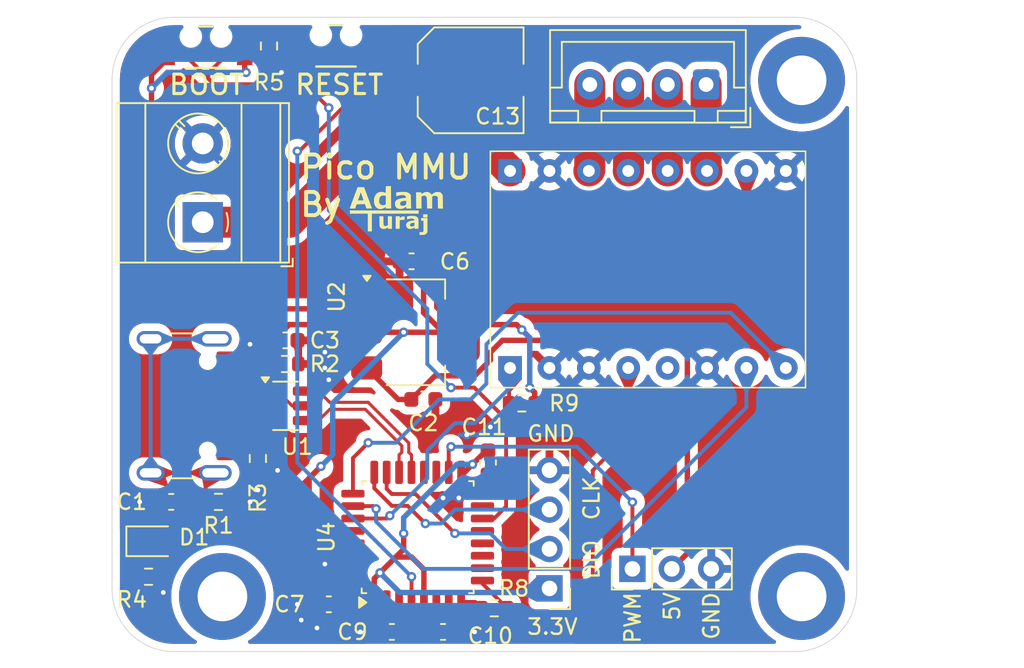
<source format=kicad_pcb>
(kicad_pcb (version 20240108) (generator "pcbnew") (generator_version "8.0")
  (layers (0 "F.Cu" signal) (31 "B.Cu" signal) (34 "B.Paste" user) (35 "F.Paste" user) (36 "B.SilkS" user "B.Silkscreen") (37 "F.SilkS" user "F.Silkscreen") (38 "B.Mask" user) (39 "F.Mask" user) (44 "Edge.Cuts" user))
  (net 0 "")
  (net 1 "GND")
  (net 2 "VCC")
  (net 3 "Net-(D1-K)")
  (net 4 "+5V")
  (net 5 "+3V3")
  (net 6 "TMC_EN")
  (net 7 "DIR")
  (net 8 "STEP")
  (net 9 "RX")
  (net 10 "/SWDIO")
  (net 11 "/SWCLK")
  (net 12 "TX")
  (net 13 "DP")
  (net 14 "DN")
  (net 19 "SERVO")
  (net 28 "Net-(J1-SHIELD)")
  (net 29 "Net-(J1-CC1)")
  (net 32 "Net-(U4-NRST)")
  (net 34 "Net-(J1-CC2)")
  (net 35 "Net-(J1-D--PadA7)")
  (net 37 "Net-(J1-D+-PadA6)")
  (net 38 "Net-(J4-A1)")
  (net 39 "Net-(J4-B2)")
  (net 40 "Net-(J4-B1)")
  (net 41 "Net-(J4-A2)")
  (net 43 "Net-(U4-PB0)")
  (footprint "Capacitor_SMD:C_0603_1608Metric" (layer "F.Cu") (at 149.2 73.66 90)
    (property "Reference" "C11" (at 2.286 -0.254 0) (layer "F.SilkS"))
    (property "Value" "0.1uF")
    (pad "1" smd roundrect (at -0.775 0 90) (size 0.9 0.95) (layers "F.Cu" "F.Paste" "F.Mask") (net 1 "GND"))
    (pad "2" smd roundrect (at 0.775 0 90) (size 0.9 0.95) (layers "F.Cu" "F.Paste" "F.Mask") (net 5 "+3V3"))
  )
  (footprint "MountingHole:MountingHole_3.2mm_M3_DIN965_Pad" (layer "F.Cu") (at 132.08 82.296)
    (property "Reference" "REF**" (hide yes))
    (property "Value" "MountingHole_3.2mm_M3_DIN965_Pad")
    (pad "1" thru_hole circle (at 0 0) (size 5.6 5.6) (drill 3.2) (layers "*.Cu" "*.Mask"))
  )
  (footprint "Symbol:Logo" (layer "F.Cu") (at 143.3 57.404)
    (property "Reference" "G***" (hide yes))
    (property "Value" "LOGO" (hide yes))
  )
  (footprint "Resistor_SMD:R_0603_1608Metric" (layer "F.Cu") (at 136.144 67.31 180)
    (property "Reference" "R2" (at -2.54 0 0) (layer "F.SilkS"))
    (property "Value" "5k1")
    (pad "1" smd roundrect (at -0.825 0 180) (size 0.8 0.95) (layers "F.Cu" "F.Paste" "F.Mask") (net 1 "GND"))
    (pad "2" smd roundrect (at 0.825 0 180) (size 0.8 0.95) (layers "F.Cu" "F.Paste" "F.Mask") (net 29 "Net-(J1-CC1)"))
  )
  (footprint "Package_TO_SOT_SMD:SOT-23-6" (layer "F.Cu") (at 136.144 70.008)
    (property "Reference" "U1" (at 0.762 2.636 0) (layer "F.SilkS"))
    (property "Value" "USBLC6-2SC6")
    (pad "1" smd roundrect (at -1.1375 -0.95) (size 1.325 0.6) (layers "F.Cu" "F.Paste" "F.Mask") (net 35 "Net-(J1-D--PadA7)"))
    (pad "2" smd roundrect (at -1.1375 0) (size 1.325 0.6) (layers "F.Cu" "F.Paste" "F.Mask") (net 1 "GND"))
    (pad "3" smd roundrect (at -1.1375 0.95) (size 1.325 0.6) (layers "F.Cu" "F.Paste" "F.Mask") (net 37 "Net-(J1-D+-PadA6)"))
    (pad "4" smd roundrect (at 1.1375 0.95) (size 1.325 0.6) (layers "F.Cu" "F.Paste" "F.Mask") (net 13 "DP"))
    (pad "5" smd roundrect (at 1.1375 0) (size 1.325 0.6) (layers "F.Cu" "F.Paste" "F.Mask") (net 4 "+5V"))
    (pad "6" smd roundrect (at 1.1375 -0.95) (size 1.325 0.6) (layers "F.Cu" "F.Paste" "F.Mask") (net 14 "DN"))
  )
  (footprint "Package_QFP:LQFP-32_7x7mm_P0.8mm" (layer "F.Cu") (at 144.669 78.472 90)
    (property "Reference" "U4" (at 0 -5.88 90) (layer "F.SilkS"))
    (property "Value" "STM32F042K6Tx")
    (pad "1" smd roundrect (at -4.175 -2.8 90) (size 1.5 0.5) (layers "F.Cu" "F.Paste" "F.Mask") (net 5 "+3V3"))
    (pad "2" smd roundrect (at -4.175 -2 90) (size 1.5 0.5) (layers "F.Cu" "F.Paste" "F.Mask"))
    (pad "3" smd roundrect (at -4.175 -1.2 90) (size 1.5 0.5) (layers "F.Cu" "F.Paste" "F.Mask"))
    (pad "4" smd roundrect (at -4.175 -0.4 90) (size 1.5 0.5) (layers "F.Cu" "F.Paste" "F.Mask") (net 32 "Net-(U4-NRST)"))
    (pad "5" smd roundrect (at -4.175 0.4 90) (size 1.5 0.5) (layers "F.Cu" "F.Paste" "F.Mask") (net 5 "+3V3"))
    (pad "6" smd roundrect (at -4.175 1.2 90) (size 1.5 0.5) (layers "F.Cu" "F.Paste" "F.Mask"))
    (pad "7" smd roundrect (at -4.175 2 90) (size 1.5 0.5) (layers "F.Cu" "F.Paste" "F.Mask"))
    (pad "8" smd roundrect (at -4.175 2.8 90) (size 1.5 0.5) (layers "F.Cu" "F.Paste" "F.Mask") (net 9 "RX"))
    (pad "9" smd roundrect (at -2.8 4.175 90) (size 0.5 1.5) (layers "F.Cu" "F.Paste" "F.Mask") (net 12 "TX"))
    (pad "10" smd roundrect (at -2 4.175 90) (size 0.5 1.5) (layers "F.Cu" "F.Paste" "F.Mask"))
    (pad "11" smd roundrect (at -1.2 4.175 90) (size 0.5 1.5) (layers "F.Cu" "F.Paste" "F.Mask"))
    (pad "12" smd roundrect (at -0.4 4.175 90) (size 0.5 1.5) (layers "F.Cu" "F.Paste" "F.Mask"))
    (pad "13" smd roundrect (at 0.4 4.175 90) (size 0.5 1.5) (layers "F.Cu" "F.Paste" "F.Mask"))
    (pad "14" smd roundrect (at 1.2 4.175 90) (size 0.5 1.5) (layers "F.Cu" "F.Paste" "F.Mask") (net 43 "Net-(U4-PB0)"))
    (pad "15" smd roundrect (at 2 4.175 90) (size 0.5 1.5) (layers "F.Cu" "F.Paste" "F.Mask"))
    (pad "16" smd roundrect (at 2.8 4.175 90) (size 0.5 1.5) (layers "F.Cu" "F.Paste" "F.Mask") (net 1 "GND"))
    (pad "17" smd roundrect (at 4.175 2.8 90) (size 1.5 0.5) (layers "F.Cu" "F.Paste" "F.Mask") (net 5 "+3V3"))
    (pad "18" smd roundrect (at 4.175 2 90) (size 1.5 0.5) (layers "F.Cu" "F.Paste" "F.Mask") (net 19 "SERVO"))
    (pad "19" smd roundrect (at 4.175 1.2 90) (size 1.5 0.5) (layers "F.Cu" "F.Paste" "F.Mask"))
    (pad "20" smd roundrect (at 4.175 0.4 90) (size 1.5 0.5) (layers "F.Cu" "F.Paste" "F.Mask"))
    (pad "21" smd roundrect (at 4.175 -0.4 90) (size 1.5 0.5) (layers "F.Cu" "F.Paste" "F.Mask") (net 14 "DN"))
    (pad "22" smd roundrect (at 4.175 -1.2 90) (size 1.5 0.5) (layers "F.Cu" "F.Paste" "F.Mask") (net 13 "DP"))
    (pad "23" smd roundrect (at 4.175 -2 90) (size 1.5 0.5) (layers "F.Cu" "F.Paste" "F.Mask") (net 10 "/SWDIO"))
    (pad "24" smd roundrect (at 4.175 -2.8 90) (size 1.5 0.5) (layers "F.Cu" "F.Paste" "F.Mask") (net 11 "/SWCLK"))
    (pad "25" smd roundrect (at 2.8 -4.175 90) (size 0.5 1.5) (layers "F.Cu" "F.Paste" "F.Mask") (net 7 "DIR"))
    (pad "26" smd roundrect (at 2 -4.175 90) (size 0.5 1.5) (layers "F.Cu" "F.Paste" "F.Mask") (net 8 "STEP"))
    (pad "27" smd roundrect (at 1.2 -4.175 90) (size 0.5 1.5) (layers "F.Cu" "F.Paste" "F.Mask") (net 6 "TMC_EN"))
    (pad "28" smd roundrect (at 0.4 -4.175 90) (size 0.5 1.5) (layers "F.Cu" "F.Paste" "F.Mask"))
    (pad "29" smd roundrect (at -0.4 -4.175 90) (size 0.5 1.5) (layers "F.Cu" "F.Paste" "F.Mask"))
    (pad "30" smd roundrect (at -1.2 -4.175 90) (size 0.5 1.5) (layers "F.Cu" "F.Paste" "F.Mask"))
    (pad "31" smd roundrect (at -2 -4.175 90) (size 0.5 1.5) (layers "F.Cu" "F.Paste" "F.Mask"))
    (pad "32" smd roundrect (at -2.8 -4.175 90) (size 0.5 1.5) (layers "F.Cu" "F.Paste" "F.Mask") (net 1 "GND"))
  )
  (footprint "Capacitor_SMD:C_0603_1608Metric" (layer "F.Cu") (at 136.144 65.786)
    (property "Reference" "C3" (at 2.54 0 0) (layer "F.SilkS"))
    (property "Value" "0.1uF")
    (pad "1" smd roundrect (at -0.775 0) (size 0.9 0.95) (layers "F.Cu" "F.Paste" "F.Mask") (net 4 "+5V"))
    (pad "2" smd roundrect (at 0.775 0) (size 0.9 0.95) (layers "F.Cu" "F.Paste" "F.Mask") (net 1 "GND"))
  )
  (footprint "Resistor_SMD:R_0603_1608Metric" (layer "F.Cu") (at 134.366 73.406 -90)
    (property "Reference" "R3" (at 2.54 0 90) (layer "F.SilkS"))
    (property "Value" "5k1")
    (pad "1" smd roundrect (at -0.825 0 270) (size 0.8 0.95) (layers "F.Cu" "F.Paste" "F.Mask") (net 34 "Net-(J1-CC2)"))
    (pad "2" smd roundrect (at 0.825 0 270) (size 0.8 0.95) (layers "F.Cu" "F.Paste" "F.Mask") (net 1 "GND"))
  )
  (footprint "MountingHole:MountingHole_3.2mm_M3_DIN965_Pad" (layer "F.Cu") (at 169.418 49.022)
    (property "Reference" "REF**" (hide yes))
    (property "Value" "MountingHole_3.2mm_M3_DIN965_Pad")
    (pad "1" thru_hole circle (at 0 0) (size 5.6 5.6) (drill 3.2) (layers "*.Cu" "*.Mask"))
  )
  (footprint "Resistor_SMD:R_0603_1608Metric" (layer "F.Cu") (at 127.317 81.026)
    (property "Reference" "R4" (at -1.079 1.474 0) (layer "F.SilkS"))
    (property "Value" "220R")
    (pad "1" smd roundrect (at -0.825 0) (size 0.8 0.95) (layers "F.Cu" "F.Paste" "F.Mask") (net 3 "Net-(D1-K)"))
    (pad "2" smd roundrect (at 0.825 0) (size 0.8 0.95) (layers "F.Cu" "F.Paste" "F.Mask") (net 1 "GND"))
  )
  (footprint "MountingHole:MountingHole_3.2mm_M3_DIN965_Pad" (layer "F.Cu") (at 169.418 82.296)
    (property "Reference" "REF**" (hide yes))
    (property "Value" "MountingHole_3.2mm_M3_DIN965_Pad")
    (pad "1" thru_hole circle (at 0 0) (size 5.6 5.6) (drill 3.2) (layers "*.Cu" "*.Mask"))
  )
  (footprint "Capacitor_SMD:C_0603_1608Metric" (layer "F.Cu") (at 143.002 84.582 180)
    (property "Reference" "C9" (at 2.54 0 360) (layer "F.SilkS"))
    (property "Value" "0.1uF")
    (pad "1" smd roundrect (at -0.775 0 180) (size 0.9 0.95) (layers "F.Cu" "F.Paste" "F.Mask") (net 32 "Net-(U4-NRST)"))
    (pad "2" smd roundrect (at 0.775 0 180) (size 0.9 0.95) (layers "F.Cu" "F.Paste" "F.Mask") (net 1 "GND"))
  )
  (footprint "Capacitor_SMD:C_0603_1608Metric" (layer "F.Cu") (at 145.034 69.596)
    (property "Reference" "C2" (at 0 1.524 0) (layer "F.SilkS"))
    (property "Value" "10uF")
    (pad "1" smd roundrect (at -0.775 0) (size 0.9 0.95) (layers "F.Cu" "F.Paste" "F.Mask") (net 4 "+5V"))
    (pad "2" smd roundrect (at 0.775 0) (size 0.9 0.95) (layers "F.Cu" "F.Paste" "F.Mask") (net 1 "GND"))
  )
  (footprint "Fiducial:Fiducial_1mm_Mask2mm" (layer "F.Cu") (at 169.418 76.962)
    (property "Reference" "REF**" (hide yes))
    (property "Value" "Fiducial_1mm_Mask2mm")
    (pad "" smd circle (at 0 0) (size 1 1) (layers "F.Cu" "F.Mask") (clearance 0.5))
  )
  (footprint "Capacitor_SMD:C_0603_1608Metric" (layer "F.Cu") (at 146.304 84.582 180)
    (property "Reference" "C10" (at -3.048 -0.254 360) (layer "F.SilkS"))
    (property "Value" "0.1uF")
    (pad "1" smd roundrect (at -0.775 0 180) (size 0.9 0.95) (layers "F.Cu" "F.Paste" "F.Mask") (net 1 "GND"))
    (pad "2" smd roundrect (at 0.775 0 180) (size 0.9 0.95) (layers "F.Cu" "F.Paste" "F.Mask") (net 5 "+3V3"))
  )
  (footprint "LED_SMD:LED_0805_2012Metric" (layer "F.Cu") (at 127.571 78.74)
    (property "Reference" "D1" (at 2.68575 -0.254 0) (layer "F.SilkS"))
    (property "Value" "GREEN")
    (pad "1" smd roundrect (at -0.9375 0) (size 0.975 1.4) (layers "F.Cu" "F.Paste" "F.Mask") (net 3 "Net-(D1-K)"))
    (pad "2" smd roundrect (at 0.9375 0) (size 0.975 1.4) (layers "F.Cu" "F.Paste" "F.Mask") (net 5 "+3V3"))
  )
  (footprint "Capacitor_SMD:C_0603_1608Metric" (layer "F.Cu") (at 144.272 60.692 180)
    (property "Reference" "C6" (at -2.794 -0.014 0) (layer "F.SilkS"))
    (property "Value" "22uF")
    (pad "1" smd roundrect (at -0.775 0 180) (size 0.9 0.95) (layers "F.Cu" "F.Paste" "F.Mask") (net 5 "+3V3"))
    (pad "2" smd roundrect (at 0.775 0 180) (size 0.9 0.95) (layers "F.Cu" "F.Paste" "F.Mask") (net 1 "GND"))
  )
  (footprint "Button_Switch_SMD:SW4_KMS-P" (layer "F.Cu") (at 131.018 46.0475 180)
    (property "Reference" "SW2" (hide yes))
    (property "Value" "BOOT")
    (pad "" np_thru_hole circle (at -0.975 -0.15 180) (size 0.95 0.95) (drill 0.95) (layers "F&B.Cu" "*.Mask"))
    (pad "" np_thru_hole circle (at 0.975 -0.15 180) (size 0.95 0.95) (drill 0.95) (layers "F&B.Cu" "*.Mask"))
    (pad "1" smd rect (at -2.5 -1.6 180) (size 1 0.8) (layers "F.Cu" "F.Paste" "F.Mask") (net 5 "+3V3"))
    (pad "1" smd rect (at 2.5 -1.6 180) (size 1 0.8) (layers "F.Cu" "F.Paste" "F.Mask") (net 5 "+3V3"))
    (pad "2" smd rect (at -2.5 0 180) (size 1 0.8) (layers "F.Cu" "F.Paste" "F.Mask") (net 43 "Net-(U4-PB0)"))
    (pad "2" smd rect (at 2.5 0 180) (size 1 0.8) (layers "F.Cu" "F.Paste" "F.Mask") (net 43 "Net-(U4-PB0)"))
  )
  (footprint "Connector_PinHeader_2.54mm:PinHeader_1x04_P2.54mm_Vertical" (layer "F.Cu") (at 153.162 81.778 180)
    (property "Reference" "J3" (hide yes))
    (property "Value" "STLink")
    (pad "1" thru_hole rect (at 0 0 180) (size 1.7 1.7) (drill 1) (layers "*.Cu" "*.Mask") (net 5 "+3V3"))
    (pad "2" thru_hole oval (at 0 2.54 180) (size 1.7 1.7) (drill 1) (layers "*.Cu" "*.Mask") (net 10 "/SWDIO"))
    (pad "3" thru_hole oval (at 0 5.08 180) (size 1.7 1.7) (drill 1) (layers "*.Cu" "*.Mask") (net 11 "/SWCLK"))
    (pad "4" thru_hole oval (at 0 7.62 180) (size 1.7 1.7) (drill 1) (layers "*.Cu" "*.Mask") (net 1 "GND"))
  )
  (footprint "Capacitor_SMD:C_0603_1608Metric" (layer "F.Cu") (at 138.938 82.804)
    (property "Reference" "C7" (at -2.54 0 360) (layer "F.SilkS"))
    (property "Value" "0.1uF")
    (pad "1" smd roundrect (at -0.775 0) (size 0.9 0.95) (layers "F.Cu" "F.Paste" "F.Mask") (net 1 "GND"))
    (pad "2" smd roundrect (at 0.775 0) (size 0.9 0.95) (layers "F.Cu" "F.Paste" "F.Mask") (net 5 "+3V3"))
  )
  (footprint "Connector_JST:JST_XH_B4B-XH-A_1x04_P2.50mm_Vertical" (layer "F.Cu") (at 163.262 49.293 180)
    (property "Reference" "J6" (hide yes))
    (property "Value" "Conn_Stepper")
    (pad "1" thru_hole roundrect (at 0 0 180) (size 1.7 1.95) (drill 0.95) (layers "*.Cu" "*.Mask") (roundrect_rratio 0.147059) (net 39 "Net-(J4-B2)"))
    (pad "2" thru_hole oval (at 2.5 0 180) (size 1.7 1.95) (drill 0.95) (layers "*.Cu" "*.Mask") (net 40 "Net-(J4-B1)"))
    (pad "3" thru_hole oval (at 5 0 180) (size 1.7 1.95) (drill 0.95) (layers "*.Cu" "*.Mask") (net 38 "Net-(J4-A1)"))
    (pad "4" thru_hole oval (at 7.5 0 180) (size 1.7 1.95) (drill 0.95) (layers "*.Cu" "*.Mask") (net 41 "Net-(J4-A2)"))
  )
  (footprint "Resistor_SMD:R_0603_1608Metric" (layer "F.Cu") (at 135.082 46.81 -90)
    (property "Reference" "R5" (at 2.349 0 180) (layer "F.SilkS"))
    (property "Value" "10k")
    (pad "1" smd roundrect (at -0.825 0 270) (size 0.8 0.95) (layers "F.Cu" "F.Paste" "F.Mask") (net 43 "Net-(U4-PB0)"))
    (pad "2" smd roundrect (at 0.825 0 270) (size 0.8 0.95) (layers "F.Cu" "F.Paste" "F.Mask") (net 1 "GND"))
  )
  (footprint "Capacitor_SMD:C_Elec_6.3x7.7" (layer "F.Cu") (at 148.082 49.022)
    (property "Reference" "C13" (at 1.744 2.328 0) (layer "F.SilkS"))
    (property "Value" "100uF")
    (pad "1" smd roundrect (at -2.5375 0) (size 3.325 1.6) (layers "F.Cu" "F.Paste" "F.Mask") (roundrect_rratio 0.15625) (net 2 "VCC"))
    (pad "2" smd roundrect (at 2.5375 0) (size 3.325 1.6) (layers "F.Cu" "F.Paste" "F.Mask") (roundrect_rratio 0.15625) (net 1 "GND"))
  )
  (footprint "Fiducial:Fiducial_1mm_Mask2mm" (layer "F.Cu") (at 127.762 83.82)
    (property "Reference" "REF**" (hide yes))
    (property "Value" "Fiducial_1mm_Mask2mm")
    (pad "" smd circle (at 0 0) (size 1 1) (layers "F.Cu" "F.Mask") (clearance 0.5))
  )
  (footprint "Connector_PinHeader_2.54mm:PinHeader_1x03_P2.54mm_Vertical" (layer "F.Cu") (at 158.511 80.518 90)
    (property "Reference" "J5" (hide yes))
    (property "Value" "Servo Conn")
    (pad "1" thru_hole rect (at 0 0 90) (size 1.7 1.7) (drill 1) (layers "*.Cu" "*.Mask") (net 19 "SERVO"))
    (pad "2" thru_hole oval (at 0 2.54 90) (size 1.7 1.7) (drill 1) (layers "*.Cu" "*.Mask") (net 4 "+5V"))
    (pad "3" thru_hole oval (at 0 5.08 90) (size 1.7 1.7) (drill 1) (layers "*.Cu" "*.Mask") (net 1 "GND"))
  )
  (footprint "TerminalBlock_MetzConnect:TerminalBlock_MetzConnect_Type073_RT02602HBLU_1x02_P5.08mm_Horizontal" (layer "F.Cu") (at 130.81 58.171 90)
    (property "Reference" "J2" (hide yes))
    (property "Value" "PWR")
    (pad "1" thru_hole rect (at 0 0 90) (size 2.6 2.6) (drill 1.4) (layers "*.Cu" "*.Mask") (net 2 "VCC"))
    (pad "2" thru_hole circle (at 5.08 0 90) (size 2.6 2.6) (drill 1.4) (layers "*.Cu" "*.Mask") (net 1 "GND"))
  )
  (footprint "Fiducial:Fiducial_1mm_Mask2mm" (layer "F.Cu") (at 171.45 53.34)
    (property "Reference" "REF**" (hide yes))
    (property "Value" "Fiducial_1mm_Mask2mm")
    (pad "" smd circle (at 0 0) (size 1 1) (layers "F.Cu" "F.Mask") (clearance 0.5))
  )
  (footprint "Button_Switch_SMD:SW4_KMS-P" (layer "F.Cu") (at 139.4 45.961 180)
    (property "Reference" "SW1" (hide yes))
    (property "Value" "RESET")
    (pad "" np_thru_hole circle (at -0.975 -0.15 180) (size 0.95 0.95) (drill 0.95) (layers "F&B.Cu" "*.Mask"))
    (pad "" np_thru_hole circle (at 0.975 -0.15 180) (size 0.95 0.95) (drill 0.95) (layers "F&B.Cu" "*.Mask"))
    (pad "1" smd rect (at -2.5 -1.6 180) (size 1 0.8) (layers "F.Cu" "F.Paste" "F.Mask") (net 1 "GND"))
    (pad "1" smd rect (at 2.5 -1.6 180) (size 1 0.8) (layers "F.Cu" "F.Paste" "F.Mask") (net 1 "GND"))
    (pad "2" smd rect (at -2.5 0 180) (size 1 0.8) (layers "F.Cu" "F.Paste" "F.Mask") (net 32 "Net-(U4-NRST)"))
    (pad "2" smd rect (at 2.5 0 180) (size 1 0.8) (layers "F.Cu" "F.Paste" "F.Mask") (net 32 "Net-(U4-NRST)"))
  )
  (footprint "Resistor_SMD:R_0603_1608Metric" (layer "F.Cu") (at 149.606 83.058 180)
    (property "Reference" "R8" (at -1.27 1.27 180) (layer "F.SilkS"))
    (property "Value" "1k")
    (pad "1" smd roundrect (at -0.825 0 180) (size 0.8 0.95) (layers "F.Cu" "F.Paste" "F.Mask") (net 12 "TX"))
    (pad "2" smd roundrect (at 0.825 0 180) (size 0.8 0.95) (layers "F.Cu" "F.Paste" "F.Mask") (net 9 "RX"))
  )
  (footprint "Resistor_SMD:R_0603_1608Metric" (layer "F.Cu") (at 131.826 76.2)
    (property "Reference" "R1" (at 0 1.524 0) (layer "F.SilkS"))
    (property "Value" "1M")
    (pad "1" smd roundrect (at -0.825 0) (size 0.8 0.95) (layers "F.Cu" "F.Paste" "F.Mask") (net 28 "Net-(J1-SHIELD)"))
    (pad "2" smd roundrect (at 0.825 0) (size 0.8 0.95) (layers "F.Cu" "F.Paste" "F.Mask") (net 1 "GND"))
  )
  (footprint "Resistor_SMD:R_0603_1608Metric" (layer "F.Cu") (at 151.384 69.85 180)
    (property "Reference" "R9" (at -2.731 0 0) (layer "F.SilkS"))
    (property "Value" "10k")
    (pad "1" smd roundrect (at -0.825 0 180) (size 0.8 0.95) (layers "F.Cu" "F.Paste" "F.Mask") (net 5 "+3V3"))
    (pad "2" smd roundrect (at 0.825 0 180) (size 0.8 0.95) (layers "F.Cu" "F.Paste" "F.Mask") (net 6 "TMC_EN"))
  )
  (footprint "Capacitor_SMD:C_0603_1608Metric" (layer "F.Cu") (at 128.778 76.2 180)
    (property "Reference" "C1" (at 2.54 0 0) (layer "F.SilkS"))
    (property "Value" "10nF")
    (pad "1" smd roundrect (at -0.775 0 180) (size 0.9 0.95) (layers "F.Cu" "F.Paste" "F.Mask") (net 28 "Net-(J1-SHIELD)"))
    (pad "2" smd roundrect (at 0.775 0 180) (size 0.9 0.95) (layers "F.Cu" "F.Paste" "F.Mask") (net 1 "GND"))
  )
  (footprint "Connector_USB:USB_C_Receptacle_GCT_USB4105-xx-A_16P_TopMnt_Horizontal" (layer "F.Cu") (at 128.524 70.008 -90)
    (property "Reference" "J1" (hide yes))
    (property "Value" "USB_C")
    (pad "" np_thru_hole circle (at -2.89 -2.605 270) (size 0.65 0.65) (drill 0.65) (layers "F&B.Cu" "*.Mask"))
    (pad "" np_thru_hole circle (at 2.89 -2.605 270) (size 0.65 0.65) (drill 0.65) (layers "F&B.Cu" "*.Mask"))
    (pad "A1" smd roundrect (at -3.2 -3.75 270) (size 0.6 1.15) (layers "F.Cu" "F.Paste" "F.Mask") (net 1 "GND"))
    (pad "A4" smd roundrect (at -2.4 -3.75 270) (size 0.6 1.15) (layers "F.Cu" "F.Paste" "F.Mask") (net 4 "+5V"))
    (pad "A5" smd roundrect (at -1.25 -3.75 270) (size 0.3 1.15) (layers "F.Cu" "F.Paste" "F.Mask") (net 29 "Net-(J1-CC1)"))
    (pad "A6" smd roundrect (at -0.25 -3.75 270) (size 0.3 1.15) (layers "F.Cu" "F.Paste" "F.Mask") (net 37 "Net-(J1-D+-PadA6)"))
    (pad "A7" smd roundrect (at 0.25 -3.75 270) (size 0.3 1.15) (layers "F.Cu" "F.Paste" "F.Mask") (net 35 "Net-(J1-D--PadA7)"))
    (pad "A8" smd roundrect (at 1.25 -3.75 270) (size 0.3 1.15) (layers "F.Cu" "F.Paste" "F.Mask"))
    (pad "A9" smd roundrect (at 2.4 -3.75 270) (size 0.6 1.15) (layers "F.Cu" "F.Paste" "F.Mask") (net 4 "+5V"))
    (pad "A12" smd roundrect (at 3.2 -3.75 270) (size 0.6 1.15) (layers "F.Cu" "F.Paste" "F.Mask") (net 1 "GND"))
    (pad "B1" smd roundrect (at 3.2 -3.75 270) (size 0.6 1.15) (layers "F.Cu" "F.Paste" "F.Mask") (net 1 "GND"))
    (pad "B4" smd roundrect (at 2.4 -3.75 270) (size 0.6 1.15) (layers "F.Cu" "F.Paste" "F.Mask") (net 4 "+5V"))
    (pad "B5" smd roundrect (at 1.75 -3.75 270) (size 0.3 1.15) (layers "F.Cu" "F.Paste" "F.Mask") (net 34 "Net-(J1-CC2)"))
    (pad "B6" smd roundrect (at 0.75 -3.75 270) (size 0.3 1.15) (layers "F.Cu" "F.Paste" "F.Mask") (net 37 "Net-(J1-D+-PadA6)"))
    (pad "B7" smd roundrect (at -0.75 -3.75 270) (size 0.3 1.15) (layers "F.Cu" "F.Paste" "F.Mask") (net 35 "Net-(J1-D--PadA7)"))
    (pad "B8" smd roundrect (at -1.75 -3.75 270) (size 0.3 1.15) (layers "F.Cu" "F.Paste" "F.Mask"))
    (pad "B9" smd roundrect (at -2.4 -3.75 270) (size 0.6 1.15) (layers "F.Cu" "F.Paste" "F.Mask") (net 4 "+5V"))
    (pad "B12" smd roundrect (at -3.2 -3.75 270) (size 0.6 1.15) (layers "F.Cu" "F.Paste" "F.Mask") (net 1 "GND"))
    (pad "S1" thru_hole oval (at -4.32 -3.105 270) (size 1 2.1) (drill oval 0.6 1.7) (layers "*.Cu" "*.Mask" "F.Paste") (net 28 "Net-(J1-SHIELD)"))
    (pad "S1" thru_hole oval (at -4.32 1.075 270) (size 1 1.8) (drill oval 0.6 1.4) (layers "*.Cu" "*.Mask" "F.Paste") (net 28 "Net-(J1-SHIELD)"))
    (pad "S1" thru_hole oval (at 4.32 -3.105 270) (size 1 2.1) (drill oval 0.6 1.7) (layers "*.Cu" "*.Mask" "F.Paste") (net 28 "Net-(J1-SHIELD)"))
    (pad "S1" thru_hole oval (at 4.32 1.075 270) (size 1 1.8) (drill oval 0.6 1.4) (layers "*.Cu" "*.Mask" "F.Paste") (net 28 "Net-(J1-SHIELD)"))
  )
  (footprint "Package_TO_SOT_SMD:SOT-223-3_TabPin2" (layer "F.Cu") (at 144.526 65.264)
    (property "Reference" "U2" (at -5.08 -2.272 90) (layer "F.SilkS"))
    (property "Value" "AMS1117-3.3")
    (pad "1" smd roundrect (at -3.15 -2.3) (size 2 1.5) (layers "F.Cu" "F.Paste" "F.Mask") (net 1 "GND"))
    (pad "2" smd roundrect (at -3.15 0) (size 2 1.5) (layers "F.Cu" "F.Paste" "F.Mask") (net 5 "+3V3"))
    (pad "2" smd roundrect (at 3.15 0) (size 2 3.8) (layers "F.Cu" "F.Paste" "F.Mask") (net 5 "+3V3"))
    (pad "3" smd roundrect (at -3.15 2.3) (size 2 1.5) (layers "F.Cu" "F.Paste" "F.Mask") (net 4 "+5V"))
  )
  (footprint "PicoMMU:TMC2209" (layer "F.Cu") (at 159.512 61.214 90)
    (property "Reference" "J4" (hide yes))
    (property "Value" "TMC2209")
    (pad "1" thru_hole rect (at 6.35 -8.89 90) (size 1.524 1.524) (drill 0.762) (layers "*.Cu" "*.Mask") (net 2 "VCC"))
    (pad "2" thru_hole circle (at 6.35 -6.35 90) (size 1.524 1.524) (drill 0.762) (layers "*.Cu" "*.Mask") (net 1 "GND"))
    (pad "2" thru_hole circle (at 6.35 8.89 90) (size 1.524 1.524) (drill 0.762) (layers "*.Cu" "*.Mask") (net 1 "GND"))
    (pad "3" thru_hole circle (at 6.35 -3.81 90) (size 1.524 1.524) (drill 0.762) (layers "*.Cu" "*.Mask") (net 41 "Net-(J4-A2)"))
    (pad "4" thru_hole circle (at 6.35 -1.27 90) (size 1.524 1.524) (drill 0.762) (layers "*.Cu" "*.Mask") (net 38 "Net-(J4-A1)"))
    (pad "5" thru_hole circle (at 6.35 1.27 90) (size 1.524 1.524) (drill 0.762) (layers "*.Cu" "*.Mask") (net 40 "Net-(J4-B1)"))
    (pad "6" thru_hole circle (at 6.35 3.81 90) (size 1.524 1.524) (drill 0.762) (layers "*.Cu" "*.Mask") (net 39 "Net-(J4-B2)"))
    (pad "7" thru_hole circle (at 6.35 6.35 90) (size 1.524 1.524) (drill 0.762) (layers "*.Cu" "*.Mask") (net 5 "+3V3"))
    (pad "8" thru_hole rect (at -6.35 -8.89 90) (size 1.524 1.524) (drill 0.762) (layers "*.Cu" "*.Mask") (net 6 "TMC_EN"))
    (pad "9" thru_hole circle (at -6.35 -6.35 90) (size 1.524 1.524) (drill 0.762) (layers "*.Cu" "*.Mask") (net 1 "GND"))
    (pad "10" thru_hole circle (at -6.35 -3.81 90) (size 1.524 1.524) (drill 0.762) (layers "*.Cu" "*.Mask") (net 1 "GND"))
    (pad "11" thru_hole circle (at -6.35 -1.27 90) (size 1.524 1.524) (drill 0.762) (layers "*.Cu" "*.Mask") (net 9 "RX"))
    (pad "12" thru_hole circle (at -6.35 1.27 90) (size 1.524 1.524) (drill 0.762) (layers "*.Cu" "*.Mask"))
    (pad "13" thru_hole circle (at -6.35 3.81 90) (size 1.524 1.524) (drill 0.762) (layers "*.Cu" "*.Mask") (net 1 "GND"))
    (pad "14" thru_hole circle (at -6.35 6.35 90) (size 1.524 1.524) (drill 0.762) (layers "*.Cu" "*.Mask") (net 8 "STEP"))
    (pad "15" thru_hole circle (at -6.35 8.89 90) (size 1.524 1.524) (drill 0.762) (layers "*.Cu" "*.Mask") (net 7 "DIR"))
  )
  (gr_arc (start 168.974 44.958) (mid 171.802427 46.129573) (end 172.974 48.958) (stroke (width 0.05)) (layer "Edge.Cuts"))
  (gr_line (start 124.968 48.958) (end 124.968 81.852) (stroke (width 0.05)) (layer "Edge.Cuts"))
  (gr_arc (start 172.974 81.852) (mid 171.802427 84.680427) (end 168.974 85.852) (stroke (width 0.05)) (layer "Edge.Cuts"))
  (gr_arc (start 124.968 48.958) (mid 126.139573 46.129573) (end 128.968 44.958) (stroke (width 0.05)) (layer "Edge.Cuts"))
  (gr_line (start 172.974 81.852) (end 172.974 48.958) (stroke (width 0.05)) (layer "Edge.Cuts"))
  (gr_line (start 168.974 85.852) (end 128.968 85.852) (stroke (width 0.05)) (layer "Edge.Cuts"))
  (gr_line (start 168.974 44.958) (end 128.968 44.958) (stroke (width 0.05)) (layer "Edge.Cuts"))
  (gr_arc (start 128.968 85.852) (mid 126.139573 84.680427) (end 124.968 81.852) (stroke (width 0.05)) (layer "Edge.Cuts"))
  (gr_text "3.3V" (at 151.638 84.836 0) (layer "F.SilkS") (effects (font (size 1 1)) (justify left bottom)))
  (gr_text "GND" (at 164.19275 85.177333 90) (layer "F.SilkS") (effects (font (size 1 1)) (justify left bottom)))
  (gr_text "RESET" (at 136.652 50.038 0) (layer "F.SilkS") (effects (font (size 1.25 1.25) (thickness 0.2)) (justify left bottom)))
  (gr_text "PWM" (at 159.11275 85.415428 90) (layer "F.SilkS") (effects (font (size 1 1)) (justify left bottom)))
  (gr_text "5V" (at 161.65275 83.939238 90) (layer "F.SilkS") (effects (font (size 1 1)) (justify left bottom)))
  (gr_text "GND" (at 151.638 72.39 0) (layer "F.SilkS") (effects (font (size 1 1)) (justify left bottom)))
  (gr_text "DIO" (at 156.464 81.28 90) (layer "F.SilkS") (effects (font (size 1 1)) (justify left bottom)))
  (gr_text "Pico MMU\nBy" (at 136.95 57.912 0) (layer "F.SilkS") (effects (font (size 1.5 1.5) (thickness 0.25) (bold yes)) (justify left bottom)))
  (gr_text "CLK" (at 156.464 77.47 90) (layer "F.SilkS") (effects (font (size 1 1)) (justify left bottom)))
  (gr_text "BOOT" (at 128.524 50.038 0) (layer "F.SilkS") (effects (font (size 1.25 1.25) (thickness 0.2)) (justify left bottom)))
  (segment (start 135.89 48.443) (end 135.89 48.514) (width 0.25) (layer "F.Cu") (net 1))
  (segment (start 149.098 74.435) (end 149.098 75.418) (width 0.35) (layer "F.Cu") (net 1))
  (segment (start 136.692 47.561) (end 136.843 47.561) (width 0.25) (layer "F.Cu") (net 1))
  (segment (start 136.843 47.561) (end 135.89 48.514) (width 0.25) (layer "F.Cu") (net 1))
  (segment (start 139.744001 81.272) (end 138.684 80.211999) (width 0.35) (layer "F.Cu") (net 1))
  (segment (start 149.098 75.418) (end 148.844 75.672) (width 0.35) (layer "F.Cu") (net 1))
  (segment (start 140.494 81.272) (end 139.744001 81.272) (width 0.35) (layer "F.Cu") (net 1))
  (segment (start 133.09 66.808) (end 132.274 66.808) (width 0.35) (layer "F.Cu") (net 1))
  (segment (start 133.343 73.208) (end 134.366 74.231) (width 0.35) (layer "F.Cu") (net 1))
  (segment (start 135.082 47.635) (end 135.89 48.443) (width 0.25) (layer "F.Cu") (net 1))
  (segment (start 136.144 70.483001) (end 136.144 72.39) (width 0.25) (layer "F.Cu") (net 1))
  (segment (start 142.227 84.582) (end 140.97 84.582) (width 0.35) (layer "F.Cu") (net 1))
  (segment (start 133.858 66.04) (end 133.09 66.808) (width 0.35) (layer "F.Cu") (net 1))
  (segment (start 135.668999 70.008) (end 136.144 70.483001) (width 0.25) (layer "F.Cu") (net 1))
  (segment (start 134.874 47.635) (end 135.082 47.635) (width 0.25) (layer "F.Cu") (net 1))
  (segment (start 147.079 84.582) (end 148.336 84.582) (width 0.35) (layer "F.Cu") (net 1))
  (segment (start 132.274 73.208) (end 133.343 73.208) (width 0.35) (layer "F.Cu") (net 1))
  (segment (start 135.0065 70.008) (end 135.668999 70.008) (width 0.25) (layer "F.Cu") (net 1))
  (via (at 148.336 84.582) (size 0.6) (drill 0.3) (layers "F.Cu" "B.Cu") (net 1))
  (via (at 135.636 74.168) (size 0.6) (drill 0.3) (layers "F.Cu" "B.Cu") (net 1))
  (via (at 140.97 84.582) (size 0.6) (drill 0.3) (layers "F.Cu" "B.Cu") (net 1))
  (via (at 128.27 82.042) (size 0.6) (drill 0.3) (layers "F.Cu" "B.Cu") (net 1))
  (via (at 133.858 66.04) (size 0.6) (drill 0.3) (layers "F.Cu" "B.Cu") (net 1))
  (via (at 134.366 75.438) (size 0.6) (drill 0.3) (layers "F.Cu" "B.Cu") (net 1))
  (via (at 146.304 75.946) (size 0.6) (drill 0.3) (layers "F.Cu" "B.Cu") (net 1))
  (via (at 149.352 71.374) (size 0.6) (drill 0.3) (layers "F.Cu" "B.Cu") (net 1))
  (via (at 138.938 68.326) (size 0.6) (drill 0.3) (layers "F.Cu" "B.Cu") (net 1))
  (via (at 133.858 76.2) (size 0.6) (drill 0.3) (layers "F.Cu" "B.Cu") (net 1))
  (via (at 138.684 67.564) (size 0.6) (drill 0.3) (layers "F.Cu" "B.Cu") (net 1))
  (via (at 138.176 84.328) (size 0.6) (drill 0.3) (layers "F.Cu" "B.Cu") (net 1))
  (via (at 136.906 82.804) (size 0.6) (drill 0.3) (layers "F.Cu" "B.Cu") (net 1))
  (via (at 135.89 48.514) (size 0.6) (drill 0.3) (layers "F.Cu" "B.Cu") (net 1))
  (via (at 126.746 76.2) (size 0.6) (drill 0.3) (layers "F.Cu" "B.Cu") (net 1))
  (via (at 137.16 83.82) (size 0.6) (drill 0.3) (layers "F.Cu" "B.Cu") (net 1))
  (via (at 147.828 71.882) (size 0.6) (drill 0.3) (layers "F.Cu" "B.Cu") (net 1))
  (via (at 147.32 75.946) (size 0.6) (drill 0.3) (layers "F.Cu" "B.Cu") (net 1))
  (via (at 138.684 66.548) (size 0.6) (drill 0.3) (layers "F.Cu" "B.Cu") (net 1))
  (via (at 138.684 80.211999) (size 0.6) (drill 0.3) (layers "F.Cu" "B.Cu") (net 1))
  (segment (start 136.3955 58.171) (end 145.5445 49.022) (width 2) (layer "F.Cu") (net 2))
  (segment (start 145.79725 50.03925) (end 150.622 54.864) (width 2) (layer "F.Cu") (net 2))
  (segment (start 144.52725 50.03925) (end 145.79725 50.03925) (width 2) (layer "F.Cu") (net 2))
  (segment (start 145.5445 49.022) (end 144.52725 50.03925) (width 2) (layer "F.Cu") (net 2))
  (segment (start 130.81 58.171) (end 136.3955 58.171) (width 2) (layer "F.Cu") (net 2))
  (segment (start 126.6335 80.8845) (end 126.492 81.026) (width 0.35) (layer "F.Cu") (net 3))
  (segment (start 126.6335 78.74) (end 126.6335 80.8845) (width 0.35) (layer "F.Cu") (net 3))
  (segment (start 136.385 64.77) (end 135.369 65.786) (width 0.35) (layer "F.Cu") (net 4))
  (segment (start 144.259 69.596) (end 145.783 68.072) (width 0.35) (layer "F.Cu") (net 4))
  (segment (start 135.369 65.786) (end 135.369 65.545) (width 0.2) (layer "F.Cu") (net 4))
  (segment (start 136.144 69.573552) (end 136.144 66.561) (width 0.2) (layer "F.Cu") (net 4))
  (segment (start 143.408 69.596) (end 141.376 67.564) (width 0.35) (layer "F.Cu") (net 4))
  (segment (start 133.547 67.608) (end 132.274 67.608) (width 0.35) (layer "F.Cu") (net 4))
  (segment (start 148.336 68.072) (end 149.352 67.056) (width 0.35) (layer "F.Cu") (net 4))
  (segment (start 129.794 69.524524) (end 131.710524 67.608) (width 0.35) (layer "F.Cu") (net 4))
  (segment (start 131.710524 67.608) (end 132.274 67.608) (width 0.35) (layer "F.Cu") (net 4))
  (segment (start 131.705317 72.408) (end 129.794 70.496683) (width 0.35) (layer "F.Cu") (net 4))
  (segment (start 132.274 72.408) (end 131.705317 72.408) (width 0.35) (layer "F.Cu") (net 4))
  (segment (start 136.144 66.561) (end 135.369 65.786) (width 0.2) (layer "F.Cu") (net 4))
  (segment (start 137.2815 70.008) (end 136.578448 70.008) (width 0.2) (layer "F.Cu") (net 4))
  (segment (start 149.352 66.56) (end 150.126 65.786) (width 0.35) (layer "F.Cu") (net 4))
  (segment (start 162.052 79.517) (end 161.051 80.518) (width 0.35) (layer "F.Cu") (net 4))
  (segment (start 150.126 65.786) (end 161.036 65.786) (width 0.35) (layer "F.Cu") (net 4))
  (segment (start 129.794 70.496683) (end 129.794 69.524524) (width 0.35) (layer "F.Cu") (net 4))
  (segment (start 141.224 67.564) (end 138.43 64.77) (width 0.35) (layer "F.Cu") (net 4))
  (segment (start 141.376 67.564) (end 141.224 67.564) (width 0.35) (layer "F.Cu") (net 4))
  (segment (start 138.43 64.77) (end 136.385 64.77) (width 0.35) (layer "F.Cu") (net 4))
  (segment (start 140.462 67.564) (end 141.376 67.564) (width 0.2) (layer "F.Cu") (net 4))
  (segment (start 144.259 69.596) (end 143.408 69.596) (width 0.35) (layer "F.Cu") (net 4))
  (segment (start 136.578448 70.008) (end 136.144 69.573552) (width 0.2) (layer "F.Cu") (net 4))
  (segment (start 135.369 65.786) (end 133.547 67.608) (width 0.35) (layer "F.Cu") (net 4))
  (segment (start 149.352 67.056) (end 149.352 66.56) (width 0.35) (layer "F.Cu") (net 4))
  (segment (start 162.052 66.802) (end 162.052 79.517) (width 0.35) (layer "F.Cu") (net 4))
  (segment (start 161.036 65.786) (end 162.052 66.802) (width 0.35) (layer "F.Cu") (net 4))
  (segment (start 145.783 68.072) (end 148.336 68.072) (width 0.35) (layer "F.Cu") (net 4))
  (segment (start 138.43 73.914) (end 133.604 78.74) (width 0.35) (layer "F.Cu") (net 5))
  (segment (start 141.869 82.647) (end 139.87 82.647) (width 0.35) (layer "F.Cu") (net 5))
  (segment (start 127.508 60.198) (end 127.508 49.53) (width 0.35) (layer "F.Cu") (net 5))
  (segment (start 143.764 65.264) (end 146.304 65.264) (width 0.35) (layer "F.Cu") (net 5))
  (segment (start 133.518 47.6475) (end 133.518 48.428) (width 0.35) (layer "F.Cu") (net 5))
  (segment (start 139.87 82.647) (end 139.713 82.804) (width 0.35) (layer "F.Cu") (net 5))
  (segment (start 152.209 69.151) (end 151.892 68.834) (width 0.35) (layer "F.Cu") (net 5))
  (segment (start 145.069 84.122) (end 145.069 82.647) (width 0.35) (layer "F.Cu") (net 5))
  (segment (start 152.742 60.198) (end 162.052 60.198) (width 0.35) (layer "F.Cu") (net 5))
  (segment (start 133.518 48.428) (end 133.604 48.514) (width 0.35) (layer "F.Cu") (net 5))
  (segment (start 141.376 65.264) (end 140.702 65.264) (width 0.35) (layer "F.Cu") (net 5))
  (segment (start 139.7 82.804) (end 139.713 82.804) (width 0.35) (layer "F.Cu") (net 5))
  (segment (start 137.668 80.772) (end 139.7 82.804) (width 0.35) (layer "F.Cu") (net 5))
  (segment (start 140.702 65.264) (end 139.192 63.754) (width 0.35) (layer "F.Cu") (net 5))
  (segment (start 145.529 84.582) (end 145.069 84.122) (width 0.35) (layer "F.Cu") (net 5))
  (segment (start 144.272 79.756) (end 145.069 80.553) (width 0.35) (layer "F.Cu") (net 5))
  (segment (start 147.469 74.297) (end 147.686 74.297) (width 0.35) (layer "F.Cu") (net 5))
  (segment (start 165.862 56.388) (end 165.862 54.864) (width 0.35) (layer "F.Cu") (net 5))
  (segment (start 145.047 60.692) (end 145.047 64.007) (width 0.35) (layer "F.Cu") (net 5))
  (segment (start 143.764 79.248) (end 143.764 78.232) (width 0.35) (layer "F.Cu") (net 5))
  (segment (start 139.192 63.754) (end 131.064 63.754) (width 0.35) (layer "F.Cu") (net 5))
  (segment (start 151.384 65.111) (end 151.043 64.77) (width 0.35) (layer "F.Cu") (net 5))
  (segment (start 137.668 74.676) (end 137.668 80.772) (width 0.35) (layer "F.Cu") (net 5))
  (segment (start 147.686 74.297) (end 148.2025 73.7805) (width 0.35) (layer "F.Cu") (net 5))
  (segment (start 146.304 65.264) (end 147.676 65.264) (width 0.35) (layer "F.Cu") (net 5))
  (segment (start 162.052 60.198) (end 165.862 56.388) (width 0.35) (layer "F.Cu") (net 5))
  (segment (start 133.604 78.74) (end 128.5085 78.74) (width 0.35) (layer "F.Cu") (net 5))
  (segment (start 147.676 65.264) (end 152.742 60.198) (width 0.35) (layer "F.Cu") (net 5))
  (segment (start 149.098 72.885) (end 149.2 72.885) (width 0.35) (layer "F.Cu") (net 5))
  (segment (start 148.2025 73.7805) (end 149.098 72.885) (width 0.35) (layer "F.Cu") (net 5))
  (segment (start 141.376 65.264) (end 143.764 65.264) (width 0.35) (layer "F.Cu") (net 5))
  (segment (start 151.043 64.77) (end 148.17 64.77) (width 0.35) (layer "F.Cu") (net 5))
  (segment (start 143.256 79.756) (end 144.272 79.756) (width 0.35) (layer "F.Cu") (net 5))
  (segment (start 127.508 48.6575) (end 128.518 47.6475) (width 0.35) (layer "F.Cu") (net 5))
  (segment (start 148.17 64.77) (end 147.676 65.264) (width 0.35) (layer "F.Cu") (net 5))
  (segment (start 152.209 69.85) (end 152.209 69.151) (width 0.35) (layer "F.Cu") (net 5))
  (segment (start 141.869 81.143) (end 143.256 79.756) (width 0.35) (layer "F.Cu") (net 5))
  (segment (start 143.256 79.756) (end 143.764 79.248) (width 0.35) (layer "F.Cu") (net 5))
  (segment (start 141.869 82.647) (end 141.869 81.143) (width 0.35) (layer "F.Cu") (net 5))
  (segment (start 138.43 73.914) (end 137.668 74.676) (width 0.35) (layer "F.Cu") (net 5))
  (segment (start 153.162 81.778) (end 153.162 81.788) (width 0.35) (layer "F.Cu") (net 5))
  (segment (start 145.047 64.007) (end 146.304 65.264) (width 0.35) (layer "F.Cu") (net 5))
  (segment (start 127.508 49.53) (end 127.508 48.6575) (width 0.35) (layer "F.Cu") (net 5))
  (segment (start 145.069 80.553) (end 145.069 82.647) (width 0.35) (layer "F.Cu") (net 5))
  (segment (start 131.064 63.754) (end 127.508 60.198) (width 0.35) (layer "F.Cu") (net 5))
  (via (at 151.892 68.834) (size 0.6) (drill 0.3) (layers "F.Cu" "B.Cu") (net 5))
  (via (at 143.764 65.264) (size 0.6) (drill 0.3) (layers "F.Cu" "B.Cu") (net 5))
  (via (at 127.508 49.53) (size 0.6) (drill 0.3) (layers "F.Cu" "B.Cu") (net 5))
  (via (at 133.604 48.514) (size 0.6) (drill 0.3) (layers "F.Cu" "B.Cu") (net 5))
  (via (at 143.764 78.232) (size 0.6) (drill 0.3) (layers "F.Cu" "B.Cu") (net 5))
  (via (at 138.43 73.914) (size 0.6) (drill 0.3) (layers "F.Cu" "B.Cu") (net 5))
  (via (at 142.24 80.772) (size 0.6) (drill 0.3) (layers "F.Cu" "B.Cu") (net 5))
  (via (at 151.384 65.111) (size 0.6) (drill 0.3) (layers "F.Cu" "B.Cu") (net 5))
  (via (at 148.2025 73.7805) (size 0.6) (drill 0.3) (layers "F.Cu" "B.Cu") (net 5))
  (segment (start 138.43 73.914) (end 139.192 73.152) (width 0.35) (layer "B.Cu") (net 5))
  (segment (start 143.51 82.042) (end 142.24 80.772) (width 0.35) (layer "B.Cu") (net 5))
  (segment (start 152.898 82.042) (end 143.51 82.042) (width 0.35) (layer "B.Cu") (net 5))
  (segment (start 143.764 78.232) (end 143.764 77.216) (width 0.35) (layer "B.Cu") (net 5))
  (segment (start 143.764 77.216) (end 147.1995 73.7805) (width 0.35) (layer "B.Cu") (net 5))
  (segment (start 151.892 65.619) (end 151.384 65.111) (width 0.35) (layer "B.Cu") (net 5))
  (segment (start 133.604 48.514) (end 128.524 48.514) (width 0.35) (layer "B.Cu") (net 5))
  (segment (start 139.192 69.836) (end 143.764 65.264) (width 0.35) (layer "B.Cu") (net 5))
  (segment (start 147.1995 73.7805) (end 148.2025 73.7805) (width 0.35) (layer "B.Cu") (net 5))
  (segment (start 128.524 48.514) (end 127.508 49.53) (width 0.35) (layer "B.Cu") (net 5))
  (segment (start 153.162 81.778) (end 152.898 82.042) (width 0.35) (layer "B.Cu") (net 5))
  (segment (start 139.192 73.152) (end 139.192 69.836) (width 0.35) (layer "B.Cu") (net 5))
  (segment (start 151.892 68.834) (end 151.892 65.619) (width 0.35) (layer "B.Cu") (net 5))
  (segment (start 142.692 77.272) (end 140.494 77.272) (width 0.25) (layer "F.Cu") (net 6))
  (segment (start 150.559 69.85) (end 150.559 67.627) (width 0.25) (layer "F.Cu") (net 6))
  (segment (start 142.875 77.089) (end 142.692 77.272) (width 0.25) (layer "F.Cu") (net 6))
  (segment (start 150.559 67.627) (end 150.622 67.564) (width 0.25) (layer "F.Cu") (net 6))
  (via (at 142.875 77.089) (size 0.6) (drill 0.3) (layers "F.Cu" "B.Cu") (net 6))
  (segment (start 145.288 72.898) (end 147.066 71.12) (width 0.25) (layer "B.Cu") (net 6))
  (segment (start 147.066 71.12) (end 148.336 71.12) (width 0.25) (layer "B.Cu") (net 6))
  (segment (start 142.875 77.089) (end 145.288 74.676) (width 0.25) (layer "B.Cu") (net 6))
  (segment (start 145.288 74.676) (end 145.288 72.898) (width 0.25) (layer "B.Cu") (net 6))
  (segment (start 150.622 67.564) (end 150.622 68.834) (width 0.25) (layer "B.Cu") (net 6))
  (segment (start 150.622 68.834) (end 148.336 71.12) (width 0.25) (layer "B.Cu") (net 6))
  (segment (start 140.494 75.672) (end 140.494 73.374) (width 0.25) (layer "F.Cu") (net 7))
  (segment (start 140.494 73.374) (end 141.478 72.39) (width 0.25) (layer "F.Cu") (net 7))
  (via (at 141.478 72.39) (size 0.6) (drill 0.3) (layers "F.Cu" "B.Cu") (net 7))
  (segment (start 149.098 66.04) (end 151.13 64.008) (width 0.25) (layer "B.Cu") (net 7))
  (segment (start 151.13 64.008) (end 164.846 64.008) (width 0.25) (layer "B.Cu") (net 7))
  (segment (start 164.846 64.008) (end 168.402 67.564) (width 0.25) (layer "B.Cu") (net 7))
  (segment (start 148.082 69.596) (end 149.098 68.58) (width 0.25) (layer "B.Cu") (net 7))
  (segment (start 143.256 72.39) (end 146.05 69.596) (width 0.25) (layer "B.Cu") (net 7))
  (segment (start 149.098 68.58) (end 149.098 66.04) (width 0.25) (layer "B.Cu") (net 7))
  (segment (start 146.05 69.596) (end 148.082 69.596) (width 0.25) (layer "B.Cu") (net 7))
  (segment (start 141.478 72.39) (end 143.256 72.39) (width 0.25) (layer "B.Cu") (net 7))
  (segment (start 141.811 76.472) (end 140.494 76.472) (width 0.25) (layer "F.Cu") (net 8))
  (segment (start 141.986 76.647) (end 141.811 76.472) (width 0.25) (layer "F.Cu") (net 8))
  (via (at 141.986 76.647) (size 0.6) (drill 0.3) (layers "F.Cu" "B.Cu") (net 8))
  (segment (start 141.986 76.647) (end 141.986 77.47) (width 0.25) (layer "B.Cu") (net 8))
  (segment (start 165.862 70.104) (end 165.862 67.564) (width 0.25) (layer "B.Cu") (net 8))
  (segment (start 141.986 77.47) (end 145.034 80.518) (width 0.25) (layer "B.Cu") (net 8))
  (segment (start 145.034 80.518) (end 155.448 80.518) (width 0.25) (layer "B.Cu") (net 8))
  (segment (start 155.448 80.518) (end 165.862 70.104) (width 0.25) (layer "B.Cu") (net 8))
  (segment (start 150.305 84.582) (end 154.432 84.582) (width 0.25) (layer "F.Cu") (net 9))
  (segment (start 154.432 84.582) (end 155.956 83.058) (width 0.25) (layer "F.Cu") (net 9))
  (segment (start 155.956 83.058) (end 155.956 74.168) (width 0.25) (layer "F.Cu") (net 9))
  (segment (start 148.781 83.058) (end 150.305 84.582) (width 0.25) (layer "F.Cu") (net 9))
  (segment (start 147.469 82.647) (end 148.37 82.647) (width 0.25) (layer "F.Cu") (net 9))
  (segment (start 148.37 82.647) (end 148.781 83.058) (width 0.25) (layer "F.Cu") (net 9))
  (segment (start 158.242 71.882) (end 158.242 67.564) (width 0.25) (layer "F.Cu") (net 9))
  (segment (start 155.956 74.168) (end 158.242 71.882) (width 0.25) (layer "F.Cu") (net 9))
  (segment (start 142.669 75.359) (end 142.669 74.297) (width 0.25) (layer "F.Cu") (net 10))
  (segment (start 143.002 75.692) (end 142.669 75.359) (width 0.25) (layer "F.Cu") (net 10))
  (segment (start 144.526 75.692) (end 143.002 75.692) (width 0.25) (layer "F.Cu") (net 10))
  (segment (start 147.066 78.232) (end 144.526 75.692) (width 0.25) (layer "F.Cu") (net 10))
  (via (at 147.066 78.232) (size 0.6) (drill 0.3) (layers "F.Cu" "B.Cu") (net 10))
  (segment (start 147.066 78.232) (end 149.352 78.232) (width 0.25) (layer "B.Cu") (net 10))
  (segment (start 150.358 79.238) (end 153.162 79.238) (width 0.25) (layer "B.Cu") (net 10))
  (segment (start 149.352 78.232) (end 150.358 79.238) (width 0.25) (layer "B.Cu") (net 10))
  (segment (start 141.869 75.321) (end 141.869 74.297) (width 0.25) (layer "F.Cu") (net 11))
  (segment (start 143.002 76.454) (end 141.869 75.321) (width 0.25) (layer "F.Cu") (net 11))
  (segment (start 144.018 76.454) (end 143.002 76.454) (width 0.25) (layer "F.Cu") (net 11))
  (segment (start 145.161 77.597) (end 144.018 76.454) (width 0.25) (layer "F.Cu") (net 11))
  (via (at 145.161 77.597) (size 0.6) (drill 0.3) (layers "F.Cu" "B.Cu") (net 11))
  (segment (start 145.161 77.597) (end 146.177 77.597) (width 0.25) (layer "B.Cu") (net 11))
  (segment (start 146.177 77.597) (end 147.076 76.698) (width 0.25) (layer "B.Cu") (net 11))
  (segment (start 147.076 76.698) (end 153.162 76.698) (width 0.25) (layer "B.Cu") (net 11))
  (segment (start 148.844 81.272) (end 148.844 81.471) (width 0.25) (layer "F.Cu") (net 12))
  (segment (start 148.844 81.471) (end 150.431 83.058) (width 0.25) (layer "F.Cu") (net 12))
  (segment (start 143.644 72.996999) (end 143.469 73.171999) (width 0.2) (layer "F.Cu") (net 13))
  (segment (start 137.2815 70.958) (end 138.275251 70.958) (width 0.2) (layer "F.Cu") (net 13))
  (segment (start 143.644 72.5882) (end 143.644 72.996999) (width 0.2) (layer "F.Cu") (net 13))
  (segment (start 143.469 73.171999) (end 143.469 74.297) (width 0.2) (layer "F.Cu") (net 13))
  (segment (start 141.2888 70.233) (end 143.644 72.5882) (width 0.2) (layer "F.Cu") (net 13))
  (segment (start 138.275251 70.958) (end 139.000251 70.233) (width 0.2) (layer "F.Cu") (net 13))
  (segment (start 139.000251 70.233) (end 141.2888 70.233) (width 0.2) (layer "F.Cu") (net 13))
  (segment (start 144.094 72.996999) (end 144.269 73.171999) (width 0.2) (layer "F.Cu") (net 14))
  (segment (start 139.000251 69.783) (end 141.4752 69.783) (width 0.2) (layer "F.Cu") (net 14))
  (segment (start 137.2815 69.058) (end 138.275251 69.058) (width 0.2) (layer "F.Cu") (net 14))
  (segment (start 138.275251 69.058) (end 139.000251 69.783) (width 0.2) (layer "F.Cu") (net 14))
  (segment (start 144.094 72.4018) (end 144.094 72.996999) (width 0.2) (layer "F.Cu") (net 14))
  (segment (start 144.269 73.171999) (end 144.269 74.297) (width 0.2) (layer "F.Cu") (net 14))
  (segment (start 141.4752 69.783) (end 144.094 72.4018) (width 0.2) (layer "F.Cu") (net 14))
  (segment (start 158.511 76.215) (end 158.511 80.518) (width 0.25) (layer "F.Cu") (net 19))
  (segment (start 146.669 74.297) (end 146.669 72.787) (width 0.25) (layer "F.Cu") (net 19))
  (segment (start 146.669 72.787) (end 146.812 72.644) (width 0.25) (layer "F.Cu") (net 19))
  (via (at 146.812 72.644) (size 0.6) (drill 0.3) (layers "F.Cu" "B.Cu") (net 19))
  (via (at 158.511 76.215) (size 0.6) (drill 0.3) (layers "F.Cu" "B.Cu") (net 19))
  (segment (start 158.511 76.215) (end 154.94 72.644) (width 0.25) (layer "B.Cu") (net 19))
  (segment (start 154.94 72.644) (end 146.812 72.644) (width 0.25) (layer "B.Cu") (net 19))
  (segment (start 131.001 76.2) (end 131.001 74.956) (width 0.25) (layer "F.Cu") (net 28))
  (segment (start 127.449 74.328) (end 127.681 74.328) (width 0.25) (layer "F.Cu") (net 28))
  (segment (start 127.681 74.328) (end 129.553 76.2) (width 0.25) (layer "F.Cu") (net 28))
  (segment (start 127.449 74.328) (end 131.629 74.328) (width 0.25) (layer "F.Cu") (net 28))
  (segment (start 131.001 74.956) (end 131.629 74.328) (width 0.25) (layer "F.Cu") (net 28))
  (segment (start 127.449 65.688) (end 131.629 65.688) (width 0.25) (layer "B.Cu") (net 28))
  (segment (start 127.449 74.328) (end 127.449 65.688) (width 0.25) (layer "B.Cu") (net 28))
  (segment (start 134.874 67.31) (end 135.319 67.31) (width 0.25) (layer "F.Cu") (net 29))
  (segment (start 132.274 68.758) (end 133.426 68.758) (width 0.25) (layer "F.Cu") (net 29))
  (segment (start 133.426 68.758) (end 134.874 67.31) (width 0.25) (layer "F.Cu") (net 29))
  (segment (start 136.9 45.961) (end 136.692 45.961) (width 0.25) (layer "F.Cu") (net 32))
  (segment (start 144.272 81.026) (end 144.272 84.087) (width 0.25) (layer "F.Cu") (net 32))
  (segment (start 140.208 47.908) (end 139.4 47.1) (width 0.25) (layer "F.Cu") (net 32))
  (segment (start 137.027884 53.594) (end 140.208 50.413884) (width 0.25) (layer "F.Cu") (net 32))
  (segment (start 144.272 84.087) (end 143.777 84.582) (width 0.25) (layer "F.Cu") (net 32))
  (segment (start 136.906 53.594) (end 137.027884 53.594) (width 0.25) (layer "F.Cu") (net 32))
  (segment (start 140.208 50.413884) (end 140.208 47.908) (width 0.25) (layer "F.Cu") (net 32))
  (segment (start 141.9 46.2) (end 141.9 45.961) (width 0.25) (layer "F.Cu") (net 32))
  (segment (start 140.208 47.892) (end 141.9 46.2) (width 0.25) (layer "F.Cu") (net 32))
  (segment (start 138.039 47.1) (end 136.9 45.961) (width 0.25) (layer "F.Cu") (net 32))
  (segment (start 139.4 47.1) (end 138.039 47.1) (width 0.25) (layer "F.Cu") (net 32))
  (segment (start 144.269 82.647) (end 144.269 83.396999) (width 0.25) (layer "F.Cu") (net 32))
  (via (at 136.906 53.594) (size 0.6) (drill 0.3) (layers "F.Cu" "B.Cu") (net 32))
  (via (at 144.272 81.026) (size 0.6) (drill 0.3) (layers "F.Cu" "B.Cu") (net 32))
  (segment (start 136.906 53.594) (end 136.906 73.66) (width 0.25) (layer "B.Cu") (net 32))
  (segment (start 136.906 73.66) (end 144.272 81.026) (width 0.25) (layer "B.Cu") (net 32))
  (segment (start 132.274 71.758) (end 133.543 71.758) (width 0.25) (layer "F.Cu") (net 34))
  (segment (start 133.543 71.758) (end 134.366 72.581) (width 0.25) (layer "F.Cu") (net 34))
  (segment (start 132.274 69.258) (end 133.88141 69.258) (width 0.2) (layer "F.Cu") (net 35))
  (segment (start 132.93141 70.208) (end 134.08141 69.058) (width 0.2) (layer "F.Cu") (net 35))
  (segment (start 134.08141 69.058) (end 135.0065 69.058) (width 0.2) (layer "F.Cu") (net 35))
  (segment (start 133.88141 69.258) (end 134.08141 69.058) (width 0.2) (layer "F.Cu") (net 35))
  (segment (start 132.274 70.258) (end 132.324 70.208) (width 0.2) (layer "F.Cu") (net 35))
  (segment (start 132.324 70.208) (end 132.93141 70.208) (width 0.2) (layer "F.Cu") (net 35))
  (segment (start 132.274 70.758) (end 131.66659 70.758) (width 0.2) (layer "F.Cu") (net 37))
  (segment (start 134.8065 70.758) (end 132.274 70.758) (width 0.2) (layer "F.Cu") (net 37))
  (segment (start 131.66659 70.758) (end 131.399 70.49041) (width 0.2) (layer "F.Cu") (net 37))
  (segment (start 131.66659 69.758) (end 132.274 69.758) (width 0.2) (layer "F.Cu") (net 37))
  (segment (start 131.399 70.49041) (end 131.399 70.02559) (width 0.2) (layer "F.Cu") (net 37))
  (segment (start 131.399 70.02559) (end 131.66659 69.758) (width 0.2) (layer "F.Cu") (net 37))
  (segment (start 135.0065 70.958) (end 134.8065 70.758) (width 0.2) (layer "F.Cu") (net 37))
  (segment (start 158.262 54.844) (end 158.242 54.864) (width 2) (layer "F.Cu") (net 38))
  (segment (start 158.262 49.293) (end 158.262 54.844) (width 2) (layer "F.Cu") (net 38))
  (segment (start 163.262 54.804) (end 163.322 54.864) (width 2) (layer "F.Cu") (net 39))
  (segment (start 163.262 49.293) (end 163.262 54.804) (width 2) (layer "F.Cu") (net 39))
  (segment (start 160.762 54.844) (end 160.782 54.864) (width 2) (layer "F.Cu") (net 40))
  (segment (start 160.762 49.293) (end 160.762 54.844) (width 2) (layer "F.Cu") (net 40))
  (segment (start 155.762 49.293) (end 155.762 54.804) (width 2) (layer "F.Cu") (net 41))
  (segment (start 155.762 54.804) (end 155.702 54.864) (width 2) (layer "F.Cu") (net 41))
  (segment (start 131.5385 49.276) (end 131.17425 48.91175) (width 0.25) (layer "F.Cu") (net 43))
  (segment (start 138.938 50.8) (end 137.414 49.276) (width 0.25) (layer "F.Cu") (net 43))
  (segment (start 128.518 46.2555) (end 128.518 46.0475) (width 0.25) (layer "F.Cu") (net 43))
  (segment (start 131.17425 48.5545) (end 133.68125 46.0475) (width 0.25) (layer "F.Cu") (net 43))
  (segment (start 131.17425 48.91175) (end 131.17425 48.5545) (width 0.25) (layer "F.Cu") (net 43))
  (segment (start 134.8115 46.0475) (end 134.874 45.985) (width 0.25) (layer "F.Cu") (net 43))
  (segment (start 149.593999 77.272) (end 148.844 77.272) (width 0.25) (layer "F.Cu") (net 43))
  (segment (start 131.5385 49.276) (end 128.518 46.2555) (width 0.25) (layer "F.Cu") (net 43))
  (segment (start 150.368 70.882004) (end 150.368 76.497999) (width 0.25) (layer "F.Cu") (net 43))
  (segment (start 146.812 68.834) (end 148.319996 68.834) (width 0.25) (layer "F.Cu") (net 43))
  (segment (start 148.319996 68.834) (end 150.368 70.882004) (width 0.25) (layer "F.Cu") (net 43))
  (segment (start 150.368 76.497999) (end 149.593999 77.272) (width 0.25) (layer "F.Cu") (net 43))
  (segment (start 137.414 49.276) (end 131.5385 49.276) (width 0.25) (layer "F.Cu") (net 43))
  (segment (start 133.68125 46.0475) (end 134.8115 46.0475) (width 0.25) (layer "F.Cu") (net 43))
  (via (at 138.938 50.8) (size 0.6) (drill 0.3) (layers "F.Cu" "B.Cu") (net 43))
  (via (at 146.812 68.834) (size 0.6) (drill 0.3) (layers "F.Cu" "B.Cu") (net 43))
  (segment (start 138.938 57.404) (end 138.938 50.8) (width 0.25) (layer "B.Cu") (net 43))
  (segment (start 145.288 63.754) (end 138.938 57.404) (width 0.25) (layer "B.Cu") (net 43))
  (segment (start 145.288 67.31) (end 145.288 63.754) (width 0.25) (layer "B.Cu") (net 43))
  (segment (start 146.812 68.834) (end 145.288 67.31) (width 0.25) (layer "B.Cu") (net 43))
  (zone (net 1) (net_name "GND") (layers "F&B.Cu") (connect_pads (clearance 0.5)) (min_thickness 0.25) (fill yes (thermal_gap 0.5) (thermal_bridge_width 0.5))
    (polygon (pts (xy 124.968 85.852) (xy 124.968 44.958) (xy 172.974 44.958) (xy 172.974 85.852)))
  )
)
</source>
